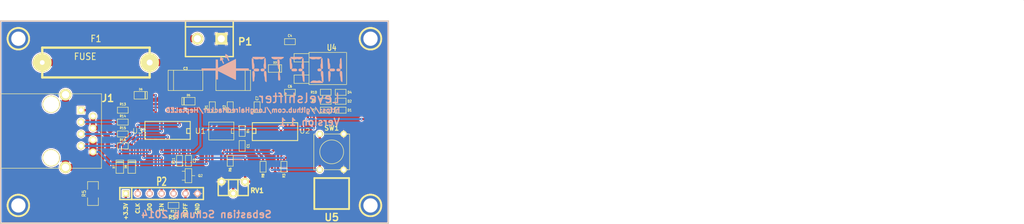
<source format=kicad_pcb>
(kicad_pcb (version 3) (host pcbnew "(2013-may-18)-stable")
  (layers (15 F.Cu signal) (0 B.Cu signal) (18 B.Paste user) (19 F.Paste user) (20 B.SilkS user) (21 F.SilkS user) (22 B.Mask user) (23 F.Mask user) (28 Edge.Cuts user))
  (net 0 "")
  (net 1 +24V)
  (net 2 +3.3V)
  (net 3 +5V)
  (net 4 3.3_Clock)
  (net 5 3.3_Data_Out)
  (net 6 3.3_Enable)
  (net 7 3.3_Reset)
  (net 8 BusOff)
  (net 9 Clock)
  (net 10 Data_Out)
  (net 11 Enable)
  (net 12 GND)
  (net 13 N-0000010)
  (net 14 N-0000015)
  (net 15 N-0000016)
  (net 16 N-0000017)
  (net 17 N-0000018)
  (net 18 N-0000019)
  (net 19 N-000002)
  (net 20 N-0000022)
  (net 21 N-0000028)
  (net 22 N-0000029)
  (net 23 N-0000030)
  (net 24 N-0000031)
  (net 25 N-0000032)
  (net 26 N-0000033)
  (net 27 N-000004)
  (net 28 N-000007)
  (net 29 PowerOn)
  (net 30 Reset)
  (net 31 Sense)
  (net 32 Shutdown)
  (module trimmer_piher_pt6xh (layer F.Cu) (at 64.77 50.165)
    (fp_text reference RV1 (at 5.08 0.635) (layer F.SilkS) (effects (font (thickness 0.25))))
    (fp_text value POT hide)
    (pad 1 thru_hole circle (at 2.49936 -1.24968) (size 1.75006 1.75006) (drill 0.89916) (layers *.Cu *.Mask F.SilkS) (net 3 +5V))
    (pad 2 thru_hole circle (at 0 1.24968) (size 1.75006 1.75006) (drill 0.89916) (layers *.Cu *.Mask F.SilkS) (net 20 N-0000022))
    (pad 3 thru_hole circle (at -2.49936 -1.24968) (size 1.75006 1.75006) (drill 0.89916) (layers *.Cu *.Mask F.SilkS) (net 12 GND))
  )
  (module SW_PUSH_SMALL (layer F.Cu) (at 85.725 42.545 90)
    (fp_text reference SW1 (at 5.08 0 180) (layer F.SilkS) (effects (font (size 1.016 1.016) (thickness 0.2032))))
    (fp_text value SW_PUSH hide)
    (pad 1 thru_hole circle (at 3.81 -2.54 90) (size 1.397 1.397) (drill 0.8128) (layers *.Cu *.Mask F.SilkS) (net 13 N-0000010))
    (pad 2 thru_hole circle (at 3.81 2.54 90) (size 1.397 1.397) (drill 0.8128) (layers *.Cu *.Mask F.SilkS) (net 12 GND))
    (pad 1 thru_hole circle (at -3.81 -2.54 90) (size 1.397 1.397) (drill 0.8128) (layers *.Cu *.Mask F.SilkS) (net 13 N-0000010))
    (pad 2 thru_hole circle (at -3.81 2.54 90) (size 1.397 1.397) (drill 0.8128) (layers *.Cu *.Mask F.SilkS) (net 12 GND))
  )
  (module sot23 (layer F.Cu) (at 55.245 47.625 270)
    (fp_text reference Q2 (at 0 -2.54 360) (layer F.SilkS) (effects (font (size 0.50038 0.50038) (thickness 0.09906))))
    (fp_text value NDS355 hide)
    (pad 1 smd rect (at -0.9525 1.05664 270) (size 0.59944 1.00076) (layers F.Cu F.Paste F.Mask) (net 18 N-0000019))
    (pad 2 smd rect (at 0 -1.05664 270) (size 0.59944 1.00076) (layers F.Cu F.Paste F.Mask) (net 27 N-000004))
    (pad 3 smd rect (at 0.9525 1.05664 270) (size 0.59944 1.00076) (layers F.Cu F.Paste F.Mask) (net 12 GND))
  )
  (module sod123 (layer F.Cu) (at 73.66 24.765)
    (fp_text reference D3 (at 0 -1.27) (layer F.SilkS) (effects (font (size 0.39878 0.39878) (thickness 0.09906))))
    (fp_text value BAT42W hide)
    (pad 2 smd rect (at 1.67386 0) (size 0.8509 0.8509) (layers F.Cu F.Paste F.Mask) (net 1 +24V))
    (pad 1 smd rect (at -1.67386 0) (size 0.8509 0.8509) (layers F.Cu F.Paste F.Mask) (net 3 +5V))
  )
  (module SO8E (layer F.Cu) (at 62.23 38.1 180)
    (fp_text reference U1 (at 4.445 0 180) (layer F.SilkS) (effects (font (size 1.143 1.143) (thickness 0.1524))))
    (fp_text value LM358 hide)
    (pad 8 smd rect (at -1.905 -2.667 180) (size 0.59944 1.39954) (layers F.Cu F.Paste F.Mask) (net 3 +5V))
    (pad 1 smd rect (at -1.905 2.667 180) (size 0.59944 1.39954) (layers F.Cu F.Paste F.Mask) (net 21 N-0000028))
    (pad 7 smd rect (at -0.635 -2.667 180) (size 0.59944 1.39954) (layers F.Cu F.Paste F.Mask) (net 32 Shutdown))
    (pad 6 smd rect (at 0.635 -2.667 180) (size 0.59944 1.39954) (layers F.Cu F.Paste F.Mask) (net 19 N-000002))
    (pad 5 smd rect (at 1.905 -2.667 180) (size 0.59944 1.39954) (layers F.Cu F.Paste F.Mask) (net 20 N-0000022))
    (pad 2 smd rect (at -0.635 2.667 180) (size 0.59944 1.39954) (layers F.Cu F.Paste F.Mask) (net 26 N-0000033))
    (pad 3 smd rect (at 0.635 2.667 180) (size 0.59944 1.39954) (layers F.Cu F.Paste F.Mask) (net 31 Sense))
    (pad 4 smd rect (at 1.905 2.667 180) (size 0.59944 1.39954) (layers F.Cu F.Paste F.Mask) (net 12 GND))
  )
  (module SM1206 (layer F.Cu) (at 34.925 51.435 270)
    (fp_text reference R5 (at 0 1.905 270) (layer F.SilkS) (effects (font (size 0.762 0.762) (thickness 0.127))))
    (fp_text value 0.05 hide)
    (pad 1 smd rect (at -1.651 0 270) (size 1.524 2.032) (layers F.Cu F.Paste F.Mask) (net 31 Sense))
    (pad 2 smd rect (at 1.651 0 270) (size 1.524 2.032) (layers F.Cu F.Paste F.Mask) (net 12 GND))
  )
  (module SM0603 (layer F.Cu) (at 87.63 33.655)
    (fp_text reference D1 (at 1.905 0) (layer F.SilkS) (effects (font (size 0.508 0.4572) (thickness 0.1143))))
    (fp_text value LED hide)
    (pad 1 smd rect (at -0.762 0) (size 0.635 1.143) (layers F.Cu F.Paste F.Mask) (net 28 N-000007))
    (pad 2 smd rect (at 0.762 0) (size 0.635 1.143) (layers F.Cu F.Paste F.Mask) (net 12 GND))
  )
  (module SM0603 (layer F.Cu) (at 71.12 45.72 270)
    (fp_text reference R8 (at 1.905 0 270) (layer F.SilkS) (effects (font (size 0.508 0.4572) (thickness 0.1143))))
    (fp_text value 1k hide)
    (pad 1 smd rect (at -0.762 0 270) (size 0.635 1.143) (layers F.Cu F.Paste F.Mask) (net 13 N-0000010))
    (pad 2 smd rect (at 0.762 0 270) (size 0.635 1.143) (layers F.Cu F.Paste F.Mask) (net 3 +5V))
  )
  (module SM0603 (layer F.Cu) (at 64.135 44.45 270)
    (fp_text reference R6 (at 1.905 0 270) (layer F.SilkS) (effects (font (size 0.508 0.4572) (thickness 0.1143))))
    (fp_text value 1k hide)
    (pad 1 smd rect (at -0.762 0 270) (size 0.635 1.143) (layers F.Cu F.Paste F.Mask) (net 3 +5V))
    (pad 2 smd rect (at 0.762 0 270) (size 0.635 1.143) (layers F.Cu F.Paste F.Mask) (net 32 Shutdown))
  )
  (module SM0603 (layer F.Cu) (at 75.565 45.72 270)
    (fp_text reference R3 (at 1.905 0 270) (layer F.SilkS) (effects (font (size 0.508 0.4572) (thickness 0.1143))))
    (fp_text value 1k hide)
    (pad 1 smd rect (at -0.762 0 270) (size 0.635 1.143) (layers F.Cu F.Paste F.Mask) (net 3 +5V))
    (pad 2 smd rect (at 0.762 0 270) (size 0.635 1.143) (layers F.Cu F.Paste F.Mask) (net 29 PowerOn))
  )
  (module SM0603 (layer F.Cu) (at 84.455 33.655)
    (fp_text reference R7 (at -2.54 0) (layer F.SilkS) (effects (font (size 0.508 0.4572) (thickness 0.1143))))
    (fp_text value 1k hide)
    (pad 1 smd rect (at -0.762 0) (size 0.635 1.143) (layers F.Cu F.Paste F.Mask) (net 8 BusOff))
    (pad 2 smd rect (at 0.762 0) (size 0.635 1.143) (layers F.Cu F.Paste F.Mask) (net 28 N-000007))
  )
  (module SM0603 (layer F.Cu) (at 64.135 33.02 270)
    (fp_text reference R2 (at 0 1.27 270) (layer F.SilkS) (effects (font (size 0.508 0.4572) (thickness 0.1143))))
    (fp_text value 90k hide)
    (pad 1 smd rect (at -0.762 0 270) (size 0.635 1.143) (layers F.Cu F.Paste F.Mask) (net 26 N-0000033))
    (pad 2 smd rect (at 0.762 0 270) (size 0.635 1.143) (layers F.Cu F.Paste F.Mask) (net 21 N-0000028))
  )
  (module SM0603 (layer F.Cu) (at 55.245 44.45 270)
    (fp_text reference C2 (at 0 -1.27 270) (layer F.SilkS) (effects (font (size 0.508 0.4572) (thickness 0.1143))))
    (fp_text value 100nF hide)
    (pad 1 smd rect (at -0.762 0 270) (size 0.635 1.143) (layers F.Cu F.Paste F.Mask) (net 3 +5V))
    (pad 2 smd rect (at 0.762 0 270) (size 0.635 1.143) (layers F.Cu F.Paste F.Mask) (net 12 GND))
  )
  (module SM0603 (layer F.Cu) (at 66.675 38.1 270)
    (fp_text reference R4 (at 0 -1.27 270) (layer F.SilkS) (effects (font (size 0.508 0.4572) (thickness 0.1143))))
    (fp_text value 100k hide)
    (pad 1 smd rect (at -0.762 0 270) (size 0.635 1.143) (layers F.Cu F.Paste F.Mask) (net 21 N-0000028))
    (pad 2 smd rect (at 0.762 0 270) (size 0.635 1.143) (layers F.Cu F.Paste F.Mask) (net 19 N-000002))
  )
  (module SM0603 (layer F.Cu) (at 66.675 41.275 270)
    (fp_text reference C1 (at 0 -1.27 270) (layer F.SilkS) (effects (font (size 0.508 0.4572) (thickness 0.1143))))
    (fp_text value 100nF hide)
    (pad 1 smd rect (at -0.762 0 270) (size 0.635 1.143) (layers F.Cu F.Paste F.Mask) (net 19 N-000002))
    (pad 2 smd rect (at 0.762 0 270) (size 0.635 1.143) (layers F.Cu F.Paste F.Mask) (net 12 GND))
  )
  (module SM0603 (layer F.Cu) (at 69.85 33.02 90)
    (fp_text reference C7 (at 1.905 0 90) (layer F.SilkS) (effects (font (size 0.508 0.4572) (thickness 0.1143))))
    (fp_text value 100nF hide)
    (pad 1 smd rect (at -0.762 0 90) (size 0.635 1.143) (layers F.Cu F.Paste F.Mask) (net 3 +5V))
    (pad 2 smd rect (at 0.762 0 90) (size 0.635 1.143) (layers F.Cu F.Paste F.Mask) (net 12 GND))
  )
  (module SM0603 (layer F.Cu) (at 52.07 53.975)
    (fp_text reference R12 (at 0 1.27) (layer F.SilkS) (effects (font (size 0.508 0.4572) (thickness 0.1143))))
    (fp_text value 1k hide)
    (pad 1 smd rect (at -0.762 0) (size 0.635 1.143) (layers F.Cu F.Paste F.Mask) (net 2 +3.3V))
    (pad 2 smd rect (at 0.762 0) (size 0.635 1.143) (layers F.Cu F.Paste F.Mask) (net 27 N-000004))
  )
  (module SM0603 (layer F.Cu) (at 53.34 44.45 270)
    (fp_text reference R11 (at 0 1.27 270) (layer F.SilkS) (effects (font (size 0.508 0.4572) (thickness 0.1143))))
    (fp_text value 1k hide)
    (pad 1 smd rect (at -0.762 0 270) (size 0.635 1.143) (layers F.Cu F.Paste F.Mask) (net 8 BusOff))
    (pad 2 smd rect (at 0.762 0 270) (size 0.635 1.143) (layers F.Cu F.Paste F.Mask) (net 18 N-0000019))
  )
  (module SM0603 (layer F.Cu) (at 76.835 19.05 180)
    (fp_text reference C4 (at 0 1.27 180) (layer F.SilkS) (effects (font (size 0.508 0.4572) (thickness 0.1143))))
    (fp_text value 100nF hide)
    (pad 1 smd rect (at -0.762 0 180) (size 0.635 1.143) (layers F.Cu F.Paste F.Mask) (net 1 +24V))
    (pad 2 smd rect (at 0.762 0 180) (size 0.635 1.143) (layers F.Cu F.Paste F.Mask) (net 12 GND))
  )
  (module SM0603 (layer F.Cu) (at 60.325 33.02 270)
    (fp_text reference R1 (at 0 1.27 270) (layer F.SilkS) (effects (font (size 0.508 0.4572) (thickness 0.1143))))
    (fp_text value 10k hide)
    (pad 1 smd rect (at -0.762 0 270) (size 0.635 1.143) (layers F.Cu F.Paste F.Mask) (net 26 N-0000033))
    (pad 2 smd rect (at 0.762 0 270) (size 0.635 1.143) (layers F.Cu F.Paste F.Mask) (net 12 GND))
  )
  (module SM0603 (layer F.Cu) (at 87.63 31.75)
    (fp_text reference D2 (at 1.905 0) (layer F.SilkS) (effects (font (size 0.508 0.4572) (thickness 0.1143))))
    (fp_text value LED hide)
    (pad 1 smd rect (at -0.762 0) (size 0.635 1.143) (layers F.Cu F.Paste F.Mask) (net 25 N-0000032))
    (pad 2 smd rect (at 0.762 0) (size 0.635 1.143) (layers F.Cu F.Paste F.Mask) (net 12 GND))
  )
  (module SM0603 (layer F.Cu) (at 84.455 31.75)
    (fp_text reference R9 (at -2.54 0) (layer F.SilkS) (effects (font (size 0.508 0.4572) (thickness 0.1143))))
    (fp_text value 1k hide)
    (pad 1 smd rect (at -0.762 0) (size 0.635 1.143) (layers F.Cu F.Paste F.Mask) (net 1 +24V))
    (pad 2 smd rect (at 0.762 0) (size 0.635 1.143) (layers F.Cu F.Paste F.Mask) (net 25 N-0000032))
  )
  (module SM0603 (layer F.Cu) (at 87.63 29.845)
    (fp_text reference D4 (at 1.905 0) (layer F.SilkS) (effects (font (size 0.508 0.4572) (thickness 0.1143))))
    (fp_text value LED hide)
    (pad 1 smd rect (at -0.762 0) (size 0.635 1.143) (layers F.Cu F.Paste F.Mask) (net 23 N-0000030))
    (pad 2 smd rect (at 0.762 0) (size 0.635 1.143) (layers F.Cu F.Paste F.Mask) (net 12 GND))
  )
  (module SM0603 (layer F.Cu) (at 84.455 29.845)
    (fp_text reference R10 (at -2.54 0) (layer F.SilkS) (effects (font (size 0.508 0.4572) (thickness 0.1143))))
    (fp_text value 1k hide)
    (pad 1 smd rect (at -0.762 0) (size 0.635 1.143) (layers F.Cu F.Paste F.Mask) (net 3 +5V))
    (pad 2 smd rect (at 0.762 0) (size 0.635 1.143) (layers F.Cu F.Paste F.Mask) (net 23 N-0000030))
  )
  (module SM0603 (layer F.Cu) (at 76.835 29.845 180)
    (fp_text reference C6 (at 0 1.27 180) (layer F.SilkS) (effects (font (size 0.508 0.4572) (thickness 0.1143))))
    (fp_text value 100nF hide)
    (pad 1 smd rect (at -0.762 0 180) (size 0.635 1.143) (layers F.Cu F.Paste F.Mask) (net 3 +5V))
    (pad 2 smd rect (at 0.762 0 180) (size 0.635 1.143) (layers F.Cu F.Paste F.Mask) (net 12 GND))
  )
  (module RJ45_MEBP_8-8G (layer F.Cu) (at 26.035 38.1 270)
    (fp_text reference J1 (at -6.985 -12.065 360) (layer F.SilkS) (effects (font (size 1.524 1.524) (thickness 0.3048))))
    (fp_text value RJ45 hide)
    (pad "" thru_hole circle (at 5.715 0 270) (size 3.64998 3.64998) (drill 3.2512) (layers *.Cu *.Mask F.SilkS))
    (pad "" thru_hole circle (at -5.715 0 270) (size 3.64998 3.64998) (drill 3.2512) (layers *.Cu *.Mask F.SilkS))
    (pad 1 thru_hole rect (at -4.445 -6.35 270) (size 1.50114 1.50114) (drill 0.89916) (layers *.Cu *.Mask F.SilkS) (net 9 Clock))
    (pad 2 thru_hole circle (at -3.175 -8.89 270) (size 1.50114 1.50114) (drill 0.89916) (layers *.Cu *.Mask F.SilkS) (net 24 N-0000031))
    (pad 3 thru_hole circle (at -1.905 -6.35 270) (size 1.50114 1.50114) (drill 0.89916) (layers *.Cu *.Mask F.SilkS) (net 11 Enable))
    (pad 4 thru_hole circle (at -0.635 -8.89 270) (size 1.50114 1.50114) (drill 0.89916) (layers *.Cu *.Mask F.SilkS) (net 24 N-0000031))
    (pad 5 thru_hole circle (at 0.635 -6.35 270) (size 1.50114 1.50114) (drill 0.89916) (layers *.Cu *.Mask F.SilkS) (net 10 Data_Out))
    (pad 6 thru_hole circle (at 1.905 -8.89 270) (size 1.50114 1.50114) (drill 0.89916) (layers *.Cu *.Mask F.SilkS) (net 31 Sense))
    (pad 7 thru_hole circle (at 3.175 -6.35 270) (size 1.50114 1.50114) (drill 0.89916) (layers *.Cu *.Mask F.SilkS) (net 30 Reset))
    (pad 8 thru_hole circle (at 4.445 -8.89 270) (size 1.50114 1.50114) (drill 0.89916) (layers *.Cu *.Mask F.SilkS) (net 31 Sense))
    (pad 9 thru_hole circle (at -7.745 -3.05 270) (size 2.5 2.5) (drill 1.6) (layers *.Cu *.Mask F.SilkS) (net 31 Sense))
    (pad 10 thru_hole circle (at 7.747 -3.05 270) (size 2.5 2.5) (drill 1.6) (layers *.Cu *.Mask F.SilkS))
  )
  (module DPAK2 (layer F.Cu) (at 79.375 24.765 270)
    (fp_text reference U4 (at -4.445 -6.35 360) (layer F.SilkS) (effects (font (size 1.27 1.016) (thickness 0.2032))))
    (fp_text value TS2937 hide)
    (pad 1 smd rect (at -2.286 0 270) (size 1.651 3.048) (layers F.Cu F.Paste F.Mask) (net 1 +24V))
    (pad 2 smd rect (at 0 -6.35 270) (size 6.096 6.096) (layers F.Cu F.Paste F.Mask) (net 12 GND))
    (pad 3 smd rect (at 2.286 0 270) (size 1.651 3.048) (layers F.Cu F.Paste F.Mask) (net 3 +5V))
  )
  (module c_tant_D (layer F.Cu) (at 64.77 27.305)
    (fp_text reference C5 (at 0 -2.54) (layer F.SilkS) (effects (font (size 0.50038 0.50038) (thickness 0.11938))))
    (fp_text value 10uF hide)
    (pad 1 smd rect (at 2.99974 0) (size 2.55016 2.70002) (layers F.Cu F.Paste F.Mask) (net 3 +5V))
    (pad 2 smd rect (at -2.99974 0) (size 2.55016 3.79984) (layers F.Cu F.Paste F.Mask) (net 12 GND))
  )
  (module c_tant_D (layer F.Cu) (at 54.61 27.305 180)
    (fp_text reference C3 (at 0 2.54 180) (layer F.SilkS) (effects (font (size 0.50038 0.50038) (thickness 0.11938))))
    (fp_text value 10uF hide)
    (pad 1 smd rect (at 2.99974 0 180) (size 2.55016 2.70002) (layers F.Cu F.Paste F.Mask) (net 1 +24V))
    (pad 2 smd rect (at -2.99974 0 180) (size 2.55016 3.79984) (layers F.Cu F.Paste F.Mask) (net 12 GND))
  )
  (module bornier2 (layer F.Cu) (at 59.69 18.415 180)
    (fp_text reference P1 (at -7.62 -0.635 180) (layer F.SilkS) (effects (font (size 1.524 1.524) (thickness 0.3048))))
    (fp_text value CONN_2 hide)
    (pad 1 thru_hole rect (at -2.54 0 180) (size 2.54 2.54) (drill 1.524) (layers *.Cu *.Mask F.SilkS) (net 12 GND))
    (pad 2 thru_hole circle (at 2.54 0 180) (size 2.54 2.54) (drill 1.524) (layers *.Cu *.Mask F.SilkS) (net 22 N-0000029))
  )
  (module SO14E (layer F.Cu) (at 50.8 38.1 180)
    (fp_text reference U3 (at 6.35 0 180) (layer F.SilkS) (effects (font (size 1.016 1.143) (thickness 0.127))))
    (fp_text value 74HCT125 hide)
    (pad 1 smd rect (at -3.81 2.794 180) (size 0.508 1.143) (layers F.Cu F.Paste F.Mask) (net 8 BusOff))
    (pad 2 smd rect (at -2.54 2.794 180) (size 0.508 1.143) (layers F.Cu F.Paste F.Mask) (net 4 3.3_Clock))
    (pad 3 smd rect (at -1.27 2.794 180) (size 0.508 1.143) (layers F.Cu F.Paste F.Mask) (net 17 N-0000018))
    (pad 4 smd rect (at 0 2.794 180) (size 0.508 1.143) (layers F.Cu F.Paste F.Mask) (net 8 BusOff))
    (pad 5 smd rect (at 1.27 2.794 180) (size 0.508 1.143) (layers F.Cu F.Paste F.Mask) (net 6 3.3_Enable))
    (pad 6 smd rect (at 2.54 2.794 180) (size 0.508 1.143) (layers F.Cu F.Paste F.Mask) (net 16 N-0000017))
    (pad 7 smd rect (at 3.81 2.794 180) (size 0.508 1.143) (layers F.Cu F.Paste F.Mask) (net 12 GND))
    (pad 8 smd rect (at 3.81 -2.54 180) (size 0.508 1.143) (layers F.Cu F.Paste F.Mask) (net 15 N-0000016))
    (pad 9 smd rect (at 2.54 -2.54 180) (size 0.508 1.143) (layers F.Cu F.Paste F.Mask) (net 5 3.3_Data_Out))
    (pad 10 smd rect (at 1.27 -2.54 180) (size 0.508 1.143) (layers F.Cu F.Paste F.Mask) (net 8 BusOff))
    (pad 11 smd rect (at 0 -2.54 180) (size 0.508 1.143) (layers F.Cu F.Paste F.Mask) (net 14 N-0000015))
    (pad 12 smd rect (at -1.27 -2.54 180) (size 0.508 1.143) (layers F.Cu F.Paste F.Mask) (net 7 3.3_Reset))
    (pad 13 smd rect (at -2.54 -2.54 180) (size 0.508 1.143) (layers F.Cu F.Paste F.Mask) (net 8 BusOff))
    (pad 14 smd rect (at -3.81 -2.54 180) (size 0.508 1.143) (layers F.Cu F.Paste F.Mask) (net 3 +5V))
  )
  (module SIL-7 (layer F.Cu) (at 49.53 51.435)
    (fp_text reference P2 (at 0 -2.54) (layer F.SilkS) (effects (font (size 1.72974 1.08712) (thickness 0.3048))))
    (fp_text value CONN_7 hide)
    (pad 1 thru_hole rect (at -7.62 0) (size 1.397 1.397) (drill 0.8128) (layers *.Cu *.Mask F.SilkS) (net 2 +3.3V))
    (pad 2 thru_hole circle (at -5.08 0) (size 1.397 1.397) (drill 0.8128) (layers *.Cu *.SilkS *.Mask) (net 4 3.3_Clock))
    (pad 3 thru_hole circle (at -2.54 0) (size 1.397 1.397) (drill 0.8128) (layers *.Cu *.SilkS *.Mask) (net 5 3.3_Data_Out))
    (pad 4 thru_hole circle (at 0 0) (size 1.397 1.397) (drill 0.8128) (layers *.Cu *.SilkS *.Mask) (net 6 3.3_Enable))
    (pad 5 thru_hole circle (at 2.54 0) (size 1.397 1.397) (drill 0.8128) (layers *.Cu *.SilkS *.Mask) (net 7 3.3_Reset))
    (pad 6 thru_hole circle (at 5.08 0) (size 1.397 1.397) (drill 0.8128) (layers *.Cu *.SilkS *.Mask) (net 27 N-000004))
    (pad 7 thru_hole circle (at 7.62 0) (size 1.397 1.397) (drill 0.8128) (layers *.Cu *.SilkS *.Mask) (net 12 GND))
  )
  (module 1pin (layer F.Cu) (at 19.05 18.415)
    (fp_text reference 1PIN hide)
    (fp_text value P*** hide)
    (pad 1 thru_hole circle (at 0 0) (size 4.5 4.5) (drill 3.048) (layers *.Cu *.Mask))
  )
  (module 1pin (layer F.Cu) (at 93.98 18.415)
    (fp_text reference 1PIN hide)
    (fp_text value P*** hide)
    (pad 1 thru_hole circle (at 0 0) (size 4.5 4.5) (drill 3.048) (layers *.Cu *.Mask))
  )
  (module 1pin (layer F.Cu) (at 93.98 53.975)
    (fp_text reference 1PIN hide)
    (fp_text value P*** hide)
    (pad 1 thru_hole circle (at 0 0) (size 4.5 4.5) (drill 3.048) (layers *.Cu *.Mask))
  )
  (module 1pin (layer F.Cu) (at 19.05 53.975)
    (fp_text reference 1PIN hide)
    (fp_text value P*** hide)
    (pad 1 thru_hole circle (at 0 0) (size 4.5 4.5) (drill 3.048) (layers *.Cu *.Mask))
  )
  (module logo_silkbot_30_00mm (layer B.Cu) (at 73.025 24.765)
    (fp_text reference G*** hide)
    (fp_text value logo_silkbot_30_00mm hide)
  )
  (module sod123 (layer F.Cu) (at 55.245 31.75 180)
    (fp_text reference D5 (at 0 1.27 180) (layer F.SilkS) (effects (font (size 0.39878 0.39878) (thickness 0.09906))))
    (fp_text value ZENER_5.6V hide)
    (pad 2 smd rect (at 1.67386 0 180) (size 0.8509 0.8509) (layers F.Cu F.Paste F.Mask) (net 17 N-0000018))
    (pad 1 smd rect (at -1.67386 0 180) (size 0.8509 0.8509) (layers F.Cu F.Paste F.Mask) (net 12 GND))
  )
  (module sod123 (layer F.Cu) (at 45.085 30.48)
    (fp_text reference D6 (at 0 -1.27) (layer F.SilkS) (effects (font (size 0.39878 0.39878) (thickness 0.09906))))
    (fp_text value ZENER_5.6V hide)
    (pad 2 smd rect (at 1.67386 0) (size 0.8509 0.8509) (layers F.Cu F.Paste F.Mask) (net 16 N-0000017))
    (pad 1 smd rect (at -1.67386 0) (size 0.8509 0.8509) (layers F.Cu F.Paste F.Mask) (net 12 GND))
  )
  (module sod123 (layer F.Cu) (at 40.64 45.72 90)
    (fp_text reference D7 (at 0 -1.27 90) (layer F.SilkS) (effects (font (size 0.39878 0.39878) (thickness 0.09906))))
    (fp_text value ZENER_5.6V hide)
    (pad 2 smd rect (at 1.67386 0 90) (size 0.8509 0.8509) (layers F.Cu F.Paste F.Mask) (net 15 N-0000016))
    (pad 1 smd rect (at -1.67386 0 90) (size 0.8509 0.8509) (layers F.Cu F.Paste F.Mask) (net 12 GND))
  )
  (module sod123 (layer F.Cu) (at 43.18 45.72 90)
    (fp_text reference D8 (at 0 -1.27 90) (layer F.SilkS) (effects (font (size 0.39878 0.39878) (thickness 0.09906))))
    (fp_text value ZENER_5.6V hide)
    (pad 2 smd rect (at 1.67386 0 90) (size 0.8509 0.8509) (layers F.Cu F.Paste F.Mask) (net 14 N-0000015))
    (pad 1 smd rect (at -1.67386 0 90) (size 0.8509 0.8509) (layers F.Cu F.Paste F.Mask) (net 12 GND))
  )
  (module SM0603 (layer F.Cu) (at 41.275 33.655 180)
    (fp_text reference R13 (at 0 1.27 180) (layer F.SilkS) (effects (font (size 0.508 0.4572) (thickness 0.1143))))
    (fp_text value 1k hide)
    (pad 1 smd rect (at -0.762 0 180) (size 0.635 1.143) (layers F.Cu F.Paste F.Mask) (net 17 N-0000018))
    (pad 2 smd rect (at 0.762 0 180) (size 0.635 1.143) (layers F.Cu F.Paste F.Mask) (net 9 Clock))
  )
  (module SM0603 (layer F.Cu) (at 41.275 36.195 180)
    (fp_text reference R14 (at 0 1.27 180) (layer F.SilkS) (effects (font (size 0.508 0.4572) (thickness 0.1143))))
    (fp_text value 1k hide)
    (pad 1 smd rect (at -0.762 0 180) (size 0.635 1.143) (layers F.Cu F.Paste F.Mask) (net 16 N-0000017))
    (pad 2 smd rect (at 0.762 0 180) (size 0.635 1.143) (layers F.Cu F.Paste F.Mask) (net 11 Enable))
  )
  (module SM0603 (layer F.Cu) (at 41.275 38.735 180)
    (fp_text reference R15 (at 0 1.27 180) (layer F.SilkS) (effects (font (size 0.508 0.4572) (thickness 0.1143))))
    (fp_text value 1k hide)
    (pad 1 smd rect (at -0.762 0 180) (size 0.635 1.143) (layers F.Cu F.Paste F.Mask) (net 15 N-0000016))
    (pad 2 smd rect (at 0.762 0 180) (size 0.635 1.143) (layers F.Cu F.Paste F.Mask) (net 10 Data_Out))
  )
  (module SM0603 (layer F.Cu) (at 41.275 41.275 180)
    (fp_text reference R16 (at 0 1.27 180) (layer F.SilkS) (effects (font (size 0.508 0.4572) (thickness 0.1143))))
    (fp_text value 1k hide)
    (pad 1 smd rect (at -0.762 0 180) (size 0.635 1.143) (layers F.Cu F.Paste F.Mask) (net 14 N-0000015))
    (pad 2 smd rect (at 0.762 0 180) (size 0.635 1.143) (layers F.Cu F.Paste F.Mask) (net 30 Reset))
  )
  (module SO14E (layer F.Cu) (at 73.66 38.1)
    (fp_text reference U2 (at 6.35 0) (layer F.SilkS) (effects (font (size 1.016 1.143) (thickness 0.127))))
    (fp_text value 74HC74 hide)
    (pad 1 smd rect (at -3.81 2.794) (size 0.508 1.143) (layers F.Cu F.Paste F.Mask) (net 13 N-0000010))
    (pad 2 smd rect (at -2.54 2.794) (size 0.508 1.143) (layers F.Cu F.Paste F.Mask) (net 12 GND))
    (pad 3 smd rect (at -1.27 2.794) (size 0.508 1.143) (layers F.Cu F.Paste F.Mask) (net 12 GND))
    (pad 4 smd rect (at 0 2.794) (size 0.508 1.143) (layers F.Cu F.Paste F.Mask) (net 32 Shutdown))
    (pad 5 smd rect (at 1.27 2.794) (size 0.508 1.143) (layers F.Cu F.Paste F.Mask) (net 8 BusOff))
    (pad 6 smd rect (at 2.54 2.794) (size 0.508 1.143) (layers F.Cu F.Paste F.Mask) (net 29 PowerOn))
    (pad 7 smd rect (at 3.81 2.794) (size 0.508 1.143) (layers F.Cu F.Paste F.Mask) (net 12 GND))
    (pad 8 smd rect (at 3.81 -2.54) (size 0.508 1.143) (layers F.Cu F.Paste F.Mask))
    (pad 9 smd rect (at 2.54 -2.54) (size 0.508 1.143) (layers F.Cu F.Paste F.Mask))
    (pad 10 smd rect (at 1.27 -2.54) (size 0.508 1.143) (layers F.Cu F.Paste F.Mask))
    (pad 11 smd rect (at 0 -2.54) (size 0.508 1.143) (layers F.Cu F.Paste F.Mask))
    (pad 12 smd rect (at -1.27 -2.54) (size 0.508 1.143) (layers F.Cu F.Paste F.Mask))
    (pad 13 smd rect (at -2.54 -2.54) (size 0.508 1.143) (layers F.Cu F.Paste F.Mask))
    (pad 14 smd rect (at -3.81 -2.54) (size 0.508 1.143) (layers F.Cu F.Paste F.Mask) (net 3 +5V))
  )
  (module TO252-5L (layer F.Cu) (at 85.725 51.435 270)
    (fp_text reference U5 (at 5.08 0 360) (layer F.SilkS) (effects (font (size 1.524 1.524) (thickness 0.3048))))
    (fp_text value BTS462 hide)
    (pad 3 smd rect (at 0 0 270) (size 6.25094 6.79958) (layers F.Cu F.Paste F.Mask) (net 1 +24V) (clearance 0.14986))
    (pad 1 smd rect (at -2.54 6.59892 270) (size 0.81026 2.99974) (layers F.Cu F.Paste F.Mask) (net 12 GND))
    (pad 2 smd rect (at -1.27 6.59892 270) (size 0.81026 2.99974) (layers F.Cu F.Paste F.Mask) (net 29 PowerOn))
    (pad 4 smd rect (at 1.27 6.59892 270) (size 0.81026 2.99974) (layers F.Cu F.Paste F.Mask))
    (pad 5 smd rect (at 2.54 6.59892 270) (size 0.81026 2.99974) (layers F.Cu F.Paste F.Mask) (net 24 N-0000031))
  )
  (module fuse22.5 (layer F.Cu) (at 35.56 23.495)
    (fp_text reference F1 (at 0 -5.08) (layer F.SilkS) (effects (font (size 1.397 1.27) (thickness 0.2032))))
    (fp_text value FUSE (at -2.286 -1.27) (layer F.SilkS) (effects (font (size 1.397 1.27) (thickness 0.2032))))
    (pad 1 thru_hole circle (at -11.43 0) (size 4.0005 4.0005) (drill 1.00076) (layers *.Cu *.Mask F.SilkS) (net 22 N-0000029))
    (pad 2 thru_hole circle (at 11.43 0) (size 4.0005 4.0005) (drill 1.27) (layers *.Cu *.Mask F.SilkS) (net 1 +24V))
  )
  (gr_text https://github.com/LongHairedHacker/HeptaLED (at 87.63 33.655) (layer B.SilkS) (effects (font (size 1 1) (thickness 0.25)) (justify left mirror)))
  (gr_text "Sebastian Schumb 2014" (at 59.055 55.88) (layer B.SilkS) (effects (font (size 1.5 1.5) (thickness 0.3)) (justify mirror)))
  (gr_text "Version 1.1" (at 87.63 36.195) (layer B.SilkS) (effects (font (size 1.5 1.5) (thickness 0.3)) (justify left mirror)))
  (gr_text Levelshifter (at 87.63 31.115) (layer B.SilkS) (effects (font (size 2 2) (thickness 0.3)) (justify left mirror)))
  (gr_line (start 15.24 57.785) (end 15.24 14.605) (angle 90) (layer B.SilkS) (width 0.2))
  (gr_line (start 97.79 57.785) (end 15.24 57.785) (angle 90) (layer B.SilkS) (width 0.2))
  (gr_line (start 97.79 14.605) (end 97.79 57.785) (angle 90) (layer B.SilkS) (width 0.2))
  (gr_line (start 15.24 14.605) (end 97.79 14.605) (angle 90) (layer B.SilkS) (width 0.2))
  (gr_line (start 15.24 14.605) (end 15.24 57.785) (angle 90) (layer F.SilkS) (width 0.2))
  (gr_line (start 97.79 14.605) (end 15.24 14.605) (angle 90) (layer F.SilkS) (width 0.2))
  (gr_line (start 97.79 57.785) (end 97.79 14.605) (angle 90) (layer F.SilkS) (width 0.2))
  (gr_line (start 15.24 57.785) (end 97.79 57.785) (angle 90) (layer F.SilkS) (width 0.2))
  (gr_text GND (at 57.15 53.34 90) (layer F.SilkS) (effects (font (size 0.8 0.8) (thickness 0.2)) (justify right)))
  (gr_text BOFF (at 54.61 53.34 90) (layer F.SilkS) (effects (font (size 0.8 0.8) (thickness 0.2)) (justify right)))
  (gr_text RST (at 52.07 56.515) (layer F.SilkS) (effects (font (size 0.8 0.8) (thickness 0.2))))
  (gr_text EN (at 49.53 53.34 90) (layer F.SilkS) (effects (font (size 0.8 0.9) (thickness 0.2)) (justify right)))
  (gr_text DO (at 46.99 53.34 90) (layer F.SilkS) (effects (font (size 0.8 0.8) (thickness 0.2)) (justify right)))
  (gr_text CLK (at 44.45 53.34 90) (layer F.SilkS) (effects (font (size 0.8 0.8) (thickness 0.2)) (justify right)))
  (gr_text +3.3V (at 41.91 53.34 90) (layer F.SilkS) (effects (font (size 0.8 0.8) (thickness 0.2)) (justify right)))
  (gr_line (start 15.24 57.785) (end 97.79 57.785) (angle 90) (layer Edge.Cuts) (width 0.1))
  (gr_line (start 15.24 14.605) (end 97.79 14.605) (angle 90) (layer Edge.Cuts) (width 0.1))
  (gr_line (start 97.79 14.605) (end 97.79 57.785) (angle 90) (layer Edge.Cuts) (width 0.1))
  (gr_line (start 97.79 57.785) (end 97.79 45.085) (angle 90) (layer Edge.Cuts) (width 0.1))
  (gr_line (start 15.24 14.605) (end 15.24 57.785) (angle 90) (layer Edge.Cuts) (width 0.1))
  (target plus (at 233.045 10.16) (size 0.005) (width 0.1) (layer Edge.Cuts))
  (target plus (at 233.045 10.16) (size 0.005) (width 0.1) (layer Edge.Cuts))
  (segment (start 51.61026 27.305) (end 51.61026 23.495) (width 1.5) (layer F.Cu) (net 1))
  (segment (start 69.215 23.495) (end 52.07 23.495) (width 1.5) (layer F.Cu) (net 1))
  (segment (start 52.07 23.495) (end 47.625 23.495) (width 1.5) (layer F.Cu) (net 1))
  (segment (start 71.12 21.59) (end 69.215 23.495) (width 1.5) (layer F.Cu) (net 1))
  (segment (start 75.33386 22.479) (end 74.295 21.59) (width 1.5) (layer F.Cu) (net 1))
  (segment (start 74.295 21.59) (end 71.12 21.59) (width 1.5) (layer F.Cu) (net 1))
  (segment (start 47.625 23.495) (end 46.99 23.495) (width 1.5) (layer F.Cu) (net 1))
  (segment (start 77.597 19.05) (end 79.375 19.05) (width 0.5) (layer F.Cu) (net 1))
  (via (at 80.645 35.56) (size 0.6) (drill 0.2) (layers F.Cu B.Cu) (net 1))
  (segment (start 92.075 35.56) (end 80.645 35.56) (width 0.5) (layer B.Cu) (net 1))
  (segment (start 92.075 35.56) (end 92.075 35.56) (width 0.5) (layer F.Cu) (net 1))
  (segment (start 93.98 35.56) (end 92.075 35.56) (width 0.5) (layer F.Cu) (net 1))
  (via (at 92.075 35.56) (size 0.6) (drill 0.2) (layers F.Cu B.Cu) (net 1))
  (segment (start 81.915 31.75) (end 83.693 31.75) (width 0.5) (layer F.Cu) (net 1))
  (segment (start 80.645 33.02) (end 81.915 31.75) (width 0.5) (layer F.Cu) (net 1))
  (segment (start 80.645 33.02) (end 80.645 33.02) (width 0.5) (layer F.Cu) (net 1))
  (segment (start 80.645 35.56) (end 80.645 33.02) (width 0.5) (layer F.Cu) (net 1))
  (segment (start 93.98 24.13) (end 88.9 19.05) (width 1.5) (layer F.Cu) (net 1))
  (segment (start 90.17 51.435) (end 93.98 47.625) (width 1.5) (layer F.Cu) (net 1))
  (segment (start 85.725 51.435) (end 90.17 51.435) (width 1.5) (layer F.Cu) (net 1))
  (segment (start 93.98 24.13) (end 93.98 35.56) (width 1.5) (layer F.Cu) (net 1))
  (segment (start 93.98 35.56) (end 93.98 47.625) (width 1.5) (layer F.Cu) (net 1))
  (segment (start 79.375 20.32) (end 79.375 19.685) (width 1.5) (layer F.Cu) (net 1))
  (segment (start 79.375 19.685) (end 79.375 19.05) (width 1.5) (layer F.Cu) (net 1))
  (segment (start 79.375 20.32) (end 79.375 22.479) (width 1.5) (layer F.Cu) (net 1))
  (segment (start 88.9 19.05) (end 79.375 19.05) (width 1.5) (layer F.Cu) (net 1))
  (segment (start 75.33386 24.765) (end 75.33386 22.479) (width 0.5) (layer F.Cu) (net 1))
  (segment (start 75.565 22.86) (end 75.565 22.479) (width 0.5) (layer F.Cu) (net 1))
  (segment (start 75.565 22.71014) (end 75.565 22.86) (width 0.5) (layer F.Cu) (net 1))
  (segment (start 75.33386 22.479) (end 75.565 22.71014) (width 0.5) (layer F.Cu) (net 1))
  (segment (start 75.565 22.479) (end 79.375 22.479) (width 1.5) (layer F.Cu) (net 1))
  (segment (start 41.91 51.435) (end 41.91 53.34) (width 0.5) (layer F.Cu) (net 2))
  (segment (start 42.545 53.975) (end 41.91 53.34) (width 0.5) (layer F.Cu) (net 2))
  (segment (start 42.545 53.975) (end 51.308 53.975) (width 0.5) (layer F.Cu) (net 2))
  (segment (start 69.85 35.56) (end 69.85 33.782) (width 0.5) (layer F.Cu) (net 3))
  (segment (start 69.85 33.782) (end 79.375 33.782) (width 0.5) (layer F.Cu) (net 3))
  (segment (start 79.375 33.782) (end 79.375 33.655) (width 0.5) (layer F.Cu) (net 3))
  (via (at 75.565 43.815) (size 0.6) (drill 0.2) (layers F.Cu B.Cu) (net 3))
  (segment (start 73.025 43.815) (end 75.565 43.815) (width 0.5) (layer B.Cu) (net 3))
  (segment (start 67.31 43.815) (end 57.15 43.815) (width 0.5) (layer B.Cu) (net 3))
  (segment (start 57.15 43.815) (end 57.023 43.688) (width 0.5) (layer F.Cu) (net 3))
  (segment (start 57.023 43.688) (end 55.245 43.688) (width 0.5) (layer F.Cu) (net 3))
  (via (at 57.15 43.815) (size 0.6) (drill 0.2) (layers F.Cu B.Cu) (net 3))
  (segment (start 71.12 46.482) (end 71.12 47.625) (width 0.5) (layer F.Cu) (net 3))
  (segment (start 67.28968 48.895) (end 69.85 48.895) (width 0.5) (layer F.Cu) (net 3))
  (segment (start 69.85 48.895) (end 71.12 47.625) (width 0.5) (layer F.Cu) (net 3))
  (segment (start 67.28968 48.895) (end 67.26936 48.91532) (width 0.5) (layer F.Cu) (net 3))
  (via (at 67.31 43.815) (size 0.6) (drill 0.2) (layers F.Cu B.Cu) (net 3))
  (segment (start 67.31 43.815) (end 73.025 43.815) (width 0.5) (layer B.Cu) (net 3))
  (segment (start 67.31 43.815) (end 67.183 43.688) (width 0.5) (layer F.Cu) (net 3))
  (segment (start 67.31 48.87468) (end 67.31 44.45) (width 0.5) (layer F.Cu) (net 3))
  (segment (start 67.31 44.45) (end 67.31 43.815) (width 0.5) (layer F.Cu) (net 3))
  (segment (start 67.26936 48.91532) (end 67.31 48.87468) (width 0.5) (layer F.Cu) (net 3))
  (segment (start 67.183 43.688) (end 64.135 43.688) (width 0.5) (layer F.Cu) (net 3))
  (segment (start 54.61 40.64) (end 54.61 41.275) (width 0.5) (layer F.Cu) (net 3))
  (segment (start 55.245 41.91) (end 55.245 43.688) (width 0.5) (layer F.Cu) (net 3))
  (segment (start 54.61 41.275) (end 55.245 41.91) (width 0.5) (layer F.Cu) (net 3))
  (segment (start 79.375 29.845) (end 83.693 29.845) (width 0.5) (layer F.Cu) (net 3))
  (segment (start 75.565 43.815) (end 77.47 43.815) (width 0.5) (layer F.Cu) (net 3))
  (segment (start 77.47 43.815) (end 79.375 41.91) (width 0.5) (layer F.Cu) (net 3))
  (segment (start 75.565 43.815) (end 75.565 44.958) (width 0.5) (layer F.Cu) (net 3))
  (segment (start 79.375 41.91) (end 79.375 41.91) (width 0.5) (layer F.Cu) (net 3))
  (segment (start 79.375 41.91) (end 79.375 33.655) (width 0.5) (layer F.Cu) (net 3))
  (segment (start 79.375 33.655) (end 79.375 29.845) (width 0.5) (layer F.Cu) (net 3))
  (segment (start 77.597 29.845) (end 79.375 29.845) (width 0.5) (layer F.Cu) (net 3))
  (segment (start 79.375 27.051) (end 79.375 29.845) (width 0.5) (layer F.Cu) (net 3))
  (segment (start 71.98614 24.765) (end 71.98614 27.305) (width 0.5) (layer F.Cu) (net 3))
  (segment (start 71.98614 27.305) (end 71.755 27.305) (width 0.5) (layer F.Cu) (net 3))
  (segment (start 79.375 27.051) (end 74.549 27.051) (width 1.5) (layer F.Cu) (net 3))
  (segment (start 74.295 27.305) (end 71.755 27.305) (width 1.5) (layer F.Cu) (net 3))
  (segment (start 71.755 27.305) (end 67.76974 27.305) (width 1.5) (layer F.Cu) (net 3))
  (segment (start 74.549 27.051) (end 74.295 27.305) (width 1.5) (layer F.Cu) (net 3))
  (segment (start 64.135 43.688) (end 64.135 42.545) (width 0.5) (layer F.Cu) (net 3))
  (segment (start 64.135 42.545) (end 64.135 40.767) (width 0.5) (layer F.Cu) (net 3))
  (via (at 53.34 36.83) (size 0.6) (drill 0.2) (layers F.Cu B.Cu) (net 4))
  (segment (start 44.45 36.83) (end 53.34 36.83) (width 0.5) (layer B.Cu) (net 4))
  (segment (start 44.45 51.435) (end 44.45 36.83) (width 0.5) (layer F.Cu) (net 4))
  (via (at 44.45 36.83) (size 0.6) (drill 0.2) (layers F.Cu B.Cu) (net 4))
  (segment (start 53.34 36.83) (end 53.34 35.306) (width 0.5) (layer F.Cu) (net 4))
  (segment (start 48.26 40.64) (end 48.26 48.26) (width 0.5) (layer F.Cu) (net 5))
  (segment (start 46.99 49.53) (end 46.99 51.435) (width 0.5) (layer F.Cu) (net 5))
  (segment (start 48.26 48.26) (end 46.99 49.53) (width 0.5) (layer F.Cu) (net 5))
  (via (at 49.53 38.1) (size 0.6) (drill 0.2) (layers F.Cu B.Cu) (net 6))
  (segment (start 45.72 38.1) (end 49.53 38.1) (width 0.5) (layer B.Cu) (net 6))
  (via (at 45.72 43.815) (size 0.6) (drill 0.2) (layers F.Cu B.Cu) (net 6))
  (segment (start 49.53 43.815) (end 45.72 43.815) (width 0.5) (layer B.Cu) (net 6))
  (segment (start 49.53 51.435) (end 49.53 43.815) (width 0.5) (layer F.Cu) (net 6))
  (via (at 49.53 43.815) (size 0.6) (drill 0.2) (layers F.Cu B.Cu) (net 6))
  (segment (start 45.72 43.815) (end 45.72 38.1) (width 0.5) (layer F.Cu) (net 6))
  (via (at 45.72 38.1) (size 0.6) (drill 0.2) (layers F.Cu B.Cu) (net 6))
  (segment (start 49.53 38.1) (end 49.53 35.306) (width 0.5) (layer F.Cu) (net 6))
  (segment (start 52.07 51.435) (end 52.07 40.64) (width 0.5) (layer F.Cu) (net 7))
  (segment (start 74.93 40.894) (end 74.93 37.465) (width 0.5) (layer F.Cu) (net 8))
  (via (at 74.93 37.465) (size 0.889) (layers F.Cu B.Cu) (net 8))
  (segment (start 69.215 37.465) (end 58.42 37.465) (width 0.5) (layer B.Cu) (net 8))
  (segment (start 53.34 42.545) (end 53.34 43.688) (width 0.5) (layer F.Cu) (net 8))
  (via (at 81.915 37.465) (size 0.6) (drill 0.2) (layers F.Cu B.Cu) (net 8))
  (segment (start 73.025 37.465) (end 74.93 37.465) (width 0.5) (layer B.Cu) (net 8))
  (segment (start 74.93 37.465) (end 80.645 37.465) (width 0.5) (layer B.Cu) (net 8))
  (segment (start 70.485 37.465) (end 73.025 37.465) (width 0.5) (layer B.Cu) (net 8))
  (segment (start 69.215 37.465) (end 70.485 37.465) (width 0.5) (layer B.Cu) (net 8))
  (segment (start 81.28 37.465) (end 81.915 37.465) (width 0.5) (layer B.Cu) (net 8))
  (segment (start 80.645 37.465) (end 81.28 37.465) (width 0.5) (layer B.Cu) (net 8))
  (segment (start 81.915 34.29) (end 81.915 37.465) (width 0.5) (layer F.Cu) (net 8))
  (segment (start 81.915 34.29) (end 82.55 33.655) (width 0.5) (layer F.Cu) (net 8))
  (segment (start 82.55 33.655) (end 83.693 33.655) (width 0.5) (layer F.Cu) (net 8))
  (via (at 49.53 42.545) (size 0.6) (drill 0.2) (layers F.Cu B.Cu) (net 8))
  (segment (start 53.34 42.545) (end 49.53 42.545) (width 0.5) (layer B.Cu) (net 8))
  (segment (start 49.53 42.545) (end 49.53 40.64) (width 0.5) (layer F.Cu) (net 8))
  (segment (start 56.515 42.545) (end 53.34 42.545) (width 0.5) (layer B.Cu) (net 8))
  (via (at 53.34 42.545) (size 0.6) (drill 0.2) (layers F.Cu B.Cu) (net 8))
  (segment (start 50.8 35.306) (end 50.8 33.655) (width 0.5) (layer F.Cu) (net 8))
  (segment (start 53.34 42.545) (end 53.34 40.64) (width 0.5) (layer F.Cu) (net 8))
  (segment (start 58.42 37.465) (end 57.785 37.465) (width 0.5) (layer B.Cu) (net 8))
  (segment (start 57.785 37.465) (end 57.785 34.29) (width 0.5) (layer B.Cu) (net 8))
  (segment (start 56.515 33.655) (end 54.61 33.655) (width 0.5) (layer B.Cu) (net 8))
  (segment (start 57.15 33.655) (end 57.785 34.29) (width 0.5) (layer B.Cu) (net 8))
  (segment (start 56.515 33.655) (end 57.15 33.655) (width 0.5) (layer B.Cu) (net 8))
  (segment (start 57.785 41.275) (end 57.785 37.465) (width 0.5) (layer B.Cu) (net 8))
  (segment (start 57.785 41.275) (end 56.515 42.545) (width 0.5) (layer B.Cu) (net 8))
  (via (at 50.8 33.655) (size 0.6) (drill 0.2) (layers F.Cu B.Cu) (net 8))
  (segment (start 50.8 33.655) (end 54.61 33.655) (width 0.5) (layer B.Cu) (net 8))
  (segment (start 54.61 33.655) (end 54.61 35.306) (width 0.5) (layer F.Cu) (net 8))
  (via (at 54.61 33.655) (size 0.6) (drill 0.2) (layers F.Cu B.Cu) (net 8))
  (segment (start 40.513 33.655) (end 36.195 33.655) (width 0.5) (layer F.Cu) (net 9))
  (segment (start 35.56 33.655) (end 36.195 33.655) (width 0.5) (layer F.Cu) (net 9))
  (segment (start 35.56 33.655) (end 32.385 33.655) (width 0.5) (layer F.Cu) (net 9))
  (via (at 39.37 38.735) (size 0.6) (drill 0.2) (layers F.Cu B.Cu) (net 10))
  (segment (start 32.385 38.735) (end 39.37 38.735) (width 0.5) (layer B.Cu) (net 10))
  (segment (start 40.64 38.735) (end 40.513 38.735) (width 0.5) (layer F.Cu) (net 10))
  (segment (start 39.37 38.735) (end 40.64 38.735) (width 0.5) (layer F.Cu) (net 10))
  (segment (start 40.513 36.195) (end 39.37 36.195) (width 0.5) (layer F.Cu) (net 11))
  (segment (start 39.37 36.195) (end 39.37 36.195) (width 0.5) (layer F.Cu) (net 11))
  (segment (start 39.37 36.195) (end 32.385 36.195) (width 0.5) (layer B.Cu) (net 11))
  (via (at 39.37 36.195) (size 0.6) (drill 0.2) (layers F.Cu B.Cu) (net 11))
  (segment (start 60.325 35.433) (end 60.325 33.782) (width 0.5) (layer F.Cu) (net 12))
  (segment (start 71.12 44.958) (end 72.263 44.958) (width 0.5) (layer F.Cu) (net 13))
  (segment (start 73.025 46.355) (end 83.185 46.355) (width 0.5) (layer B.Cu) (net 13))
  (via (at 73.025 46.355) (size 0.6) (drill 0.2) (layers F.Cu B.Cu) (net 13))
  (segment (start 73.025 45.72) (end 73.025 46.355) (width 0.5) (layer F.Cu) (net 13))
  (segment (start 72.263 44.958) (end 73.025 45.72) (width 0.5) (layer F.Cu) (net 13))
  (segment (start 69.85 40.894) (end 69.85 42.545) (width 0.5) (layer F.Cu) (net 13))
  (segment (start 71.12 43.815) (end 71.12 44.958) (width 0.5) (layer F.Cu) (net 13))
  (segment (start 69.85 42.545) (end 71.12 43.815) (width 0.5) (layer F.Cu) (net 13))
  (segment (start 83.185 38.735) (end 83.185 46.355) (width 0.5) (layer F.Cu) (net 13))
  (segment (start 43.18 40.64) (end 43.18 44.04614) (width 0.5) (layer F.Cu) (net 14))
  (segment (start 42.037 41.275) (end 42.545 41.275) (width 0.5) (layer F.Cu) (net 14))
  (via (at 43.18 40.64) (size 0.6) (drill 0.2) (layers F.Cu B.Cu) (net 14))
  (segment (start 42.545 41.275) (end 43.18 40.64) (width 0.5) (layer F.Cu) (net 14))
  (segment (start 50.8 39.37) (end 44.45 39.37) (width 0.5) (layer B.Cu) (net 14))
  (segment (start 50.8 39.37) (end 50.8 40.64) (width 0.5) (layer F.Cu) (net 14))
  (via (at 50.8 39.37) (size 0.6) (drill 0.2) (layers F.Cu B.Cu) (net 14))
  (segment (start 44.45 39.37) (end 43.815 40.005) (width 0.5) (layer B.Cu) (net 14))
  (segment (start 43.815 40.005) (end 43.18 40.64) (width 0.5) (layer B.Cu) (net 14))
  (segment (start 43.18 40.64) (end 43.18 40.64) (width 0.5) (layer B.Cu) (net 14))
  (via (at 40.64 42.545) (size 0.6) (drill 0.2) (layers F.Cu B.Cu) (net 15))
  (segment (start 40.64 42.545) (end 40.64 44.04614) (width 0.5) (layer F.Cu) (net 15))
  (segment (start 40.64 42.545) (end 46.99 42.545) (width 0.5) (layer B.Cu) (net 15))
  (segment (start 46.99 40.64) (end 46.99 42.545) (width 0.5) (layer F.Cu) (net 15))
  (via (at 46.99 42.545) (size 0.6) (drill 0.2) (layers F.Cu B.Cu) (net 15))
  (via (at 43.18 38.735) (size 0.6) (drill 0.2) (layers F.Cu B.Cu) (net 15))
  (segment (start 43.18 38.735) (end 40.64 41.275) (width 0.5) (layer B.Cu) (net 15))
  (segment (start 40.64 41.275) (end 40.64 42.545) (width 0.5) (layer B.Cu) (net 15))
  (segment (start 43.18 38.735) (end 42.037 38.735) (width 0.5) (layer F.Cu) (net 15))
  (segment (start 46.75886 30.48) (end 47.625 30.48) (width 0.5) (layer F.Cu) (net 16))
  (segment (start 48.26 30.48) (end 48.26 33.655) (width 0.5) (layer B.Cu) (net 16))
  (via (at 48.26 30.48) (size 0.6) (drill 0.2) (layers F.Cu B.Cu) (net 16))
  (via (at 48.26 33.655) (size 0.6) (drill 0.2) (layers F.Cu B.Cu) (net 16))
  (segment (start 47.625 30.48) (end 48.26 30.48) (width 0.5) (layer F.Cu) (net 16))
  (segment (start 42.037 36.195) (end 42.545 36.195) (width 0.5) (layer F.Cu) (net 16))
  (segment (start 48.26 33.655) (end 48.26 35.306) (width 0.5) (layer F.Cu) (net 16))
  (segment (start 45.085 33.655) (end 48.26 33.655) (width 0.5) (layer F.Cu) (net 16))
  (segment (start 42.545 36.195) (end 45.085 33.655) (width 0.5) (layer F.Cu) (net 16))
  (segment (start 42.037 33.655) (end 43.18 33.655) (width 0.5) (layer F.Cu) (net 17))
  (segment (start 44.45 32.385) (end 52.07 32.385) (width 0.5) (layer F.Cu) (net 17))
  (segment (start 43.18 33.655) (end 44.45 32.385) (width 0.5) (layer F.Cu) (net 17))
  (segment (start 52.07 31.75) (end 53.57114 31.75) (width 0.5) (layer F.Cu) (net 17))
  (segment (start 52.07 33.02) (end 52.07 35.306) (width 0.5) (layer F.Cu) (net 17))
  (segment (start 52.07 31.75) (end 52.07 32.385) (width 0.5) (layer F.Cu) (net 17))
  (segment (start 52.07 32.385) (end 52.07 33.02) (width 0.5) (layer F.Cu) (net 17))
  (segment (start 54.18836 46.6725) (end 53.6575 46.6725) (width 0.5) (layer F.Cu) (net 18))
  (segment (start 53.34 46.355) (end 53.34 45.212) (width 0.5) (layer F.Cu) (net 18))
  (segment (start 53.6575 46.6725) (end 53.34 46.355) (width 0.5) (layer F.Cu) (net 18))
  (segment (start 66.675 38.862) (end 62.103 38.862) (width 0.5) (layer F.Cu) (net 19))
  (segment (start 61.595 39.37) (end 61.595 40.767) (width 0.5) (layer F.Cu) (net 19))
  (segment (start 62.103 38.862) (end 61.595 39.37) (width 0.5) (layer F.Cu) (net 19))
  (segment (start 66.675 38.862) (end 66.675 40.513) (width 0.5) (layer F.Cu) (net 19))
  (segment (start 64.77 51.41468) (end 64.77 47.625) (width 0.5) (layer F.Cu) (net 20))
  (segment (start 60.325 44.45) (end 62.23 46.355) (width 0.5) (layer F.Cu) (net 20))
  (segment (start 62.23 46.355) (end 63.5 46.355) (width 0.5) (layer F.Cu) (net 20))
  (segment (start 63.5 46.355) (end 64.77 47.625) (width 0.5) (layer F.Cu) (net 20))
  (segment (start 60.325 44.45) (end 60.325 40.767) (width 0.5) (layer F.Cu) (net 20))
  (segment (start 64.135 33.782) (end 66.167 33.782) (width 0.5) (layer F.Cu) (net 21))
  (segment (start 66.675 34.29) (end 66.675 37.338) (width 0.5) (layer F.Cu) (net 21))
  (segment (start 66.167 33.782) (end 66.675 34.29) (width 0.5) (layer F.Cu) (net 21))
  (segment (start 64.135 35.433) (end 64.135 33.782) (width 0.5) (layer F.Cu) (net 21))
  (segment (start 33.655 18.415) (end 54.61 18.415) (width 1.5) (layer F.Cu) (net 22))
  (segment (start 28.575 23.495) (end 33.655 18.415) (width 1.5) (layer F.Cu) (net 22))
  (segment (start 24.13 23.495) (end 28.575 23.495) (width 1.5) (layer F.Cu) (net 22))
  (segment (start 54.61 18.415) (end 57.15 18.415) (width 1.5) (layer F.Cu) (net 22))
  (segment (start 54.61 18.415) (end 54.61 18.415) (width 1.5) (layer F.Cu) (net 22))
  (segment (start 85.217 29.845) (end 86.868 29.845) (width 0.5) (layer F.Cu) (net 23))
  (segment (start 34.925 37.465) (end 34.925 34.925) (width 1) (layer F.Cu) (net 24))
  (segment (start 34.925 37.465) (end 36.195 37.465) (width 1) (layer F.Cu) (net 24))
  (segment (start 39.37 55.88) (end 38.1 54.61) (width 1) (layer F.Cu) (net 24))
  (segment (start 60.96 53.975) (end 79.12608 53.975) (width 1) (layer F.Cu) (net 24))
  (segment (start 60.96 53.975) (end 59.055 55.88) (width 1) (layer F.Cu) (net 24))
  (segment (start 59.055 55.88) (end 39.37 55.88) (width 1) (layer F.Cu) (net 24))
  (segment (start 38.1 39.37) (end 38.1 54.61) (width 1) (layer F.Cu) (net 24))
  (segment (start 36.195 37.465) (end 38.1 39.37) (width 1) (layer F.Cu) (net 24))
  (segment (start 85.217 31.75) (end 86.868 31.75) (width 0.5) (layer F.Cu) (net 25))
  (segment (start 62.865 35.433) (end 62.865 33.655) (width 0.5) (layer F.Cu) (net 26))
  (segment (start 62.23 33.02) (end 62.23 32.258) (width 0.5) (layer F.Cu) (net 26))
  (segment (start 62.865 33.655) (end 62.23 33.02) (width 0.5) (layer F.Cu) (net 26))
  (segment (start 60.325 32.258) (end 62.23 32.258) (width 0.5) (layer F.Cu) (net 26))
  (segment (start 62.23 32.258) (end 64.135 32.258) (width 0.5) (layer F.Cu) (net 26))
  (segment (start 56.30164 47.625) (end 56.30164 49.10836) (width 0.5) (layer F.Cu) (net 27))
  (segment (start 54.61 50.8) (end 55.88 49.53) (width 0.5) (layer F.Cu) (net 27))
  (segment (start 54.61 50.8) (end 54.61 51.435) (width 0.5) (layer F.Cu) (net 27))
  (segment (start 56.30164 49.10836) (end 55.88 49.53) (width 0.5) (layer F.Cu) (net 27))
  (segment (start 54.61 51.435) (end 54.61 53.34) (width 0.5) (layer F.Cu) (net 27))
  (segment (start 54.61 53.975) (end 52.832 53.975) (width 0.5) (layer F.Cu) (net 27))
  (segment (start 54.61 53.34) (end 54.61 53.975) (width 0.5) (layer F.Cu) (net 27))
  (segment (start 85.217 33.655) (end 86.868 33.655) (width 0.5) (layer F.Cu) (net 28))
  (segment (start 74.295 43.815) (end 74.295 43.18) (width 0.5) (layer F.Cu) (net 29))
  (segment (start 74.295 46.355) (end 74.422 46.482) (width 0.5) (layer F.Cu) (net 29))
  (segment (start 75.565 46.482) (end 74.422 46.482) (width 0.5) (layer F.Cu) (net 29))
  (segment (start 76.2 41.91) (end 76.2 40.894) (width 0.5) (layer F.Cu) (net 29))
  (segment (start 76.2 41.91) (end 75.565 42.545) (width 0.5) (layer F.Cu) (net 29))
  (segment (start 74.295 43.815) (end 74.295 46.355) (width 0.5) (layer F.Cu) (net 29))
  (segment (start 74.93 42.545) (end 75.565 42.545) (width 0.5) (layer F.Cu) (net 29))
  (segment (start 74.295 43.18) (end 74.93 42.545) (width 0.5) (layer F.Cu) (net 29))
  (segment (start 75.565 46.482) (end 75.565 49.53) (width 0.5) (layer F.Cu) (net 29))
  (segment (start 76.2 50.165) (end 79.12608 50.165) (width 0.5) (layer F.Cu) (net 29))
  (segment (start 75.565 49.53) (end 76.2 50.165) (width 0.5) (layer F.Cu) (net 29))
  (segment (start 40.513 41.275) (end 39.37 41.275) (width 0.5) (layer F.Cu) (net 30))
  (via (at 39.37 41.275) (size 0.6) (drill 0.2) (layers F.Cu B.Cu) (net 30))
  (segment (start 39.37 41.275) (end 32.385 41.275) (width 0.5) (layer B.Cu) (net 30))
  (via (at 59.055 45.085) (size 0.6) (drill 0.2) (layers F.Cu B.Cu) (net 31))
  (segment (start 36.195 42.545) (end 38.735 45.085) (width 0.5) (layer B.Cu) (net 31))
  (segment (start 38.735 45.085) (end 59.055 45.085) (width 0.5) (layer B.Cu) (net 31))
  (segment (start 34.925 42.545) (end 36.195 42.545) (width 0.5) (layer B.Cu) (net 31))
  (segment (start 61.595 36.195) (end 61.595 35.433) (width 0.5) (layer F.Cu) (net 31))
  (segment (start 59.055 38.735) (end 61.595 36.195) (width 0.5) (layer F.Cu) (net 31))
  (segment (start 59.055 45.085) (end 59.055 38.735) (width 0.5) (layer F.Cu) (net 31))
  (segment (start 29.085 45.847) (end 34.925 45.847) (width 1.5) (layer F.Cu) (net 31))
  (segment (start 34.925 45.847) (end 34.925 45.72) (width 1.5) (layer F.Cu) (net 31))
  (segment (start 29.085 30.355) (end 29.085 45.847) (width 1.5) (layer F.Cu) (net 31))
  (segment (start 34.925 42.545) (end 34.925 45.72) (width 1.5) (layer F.Cu) (net 31))
  (segment (start 34.925 45.72) (end 34.925 49.784) (width 1.5) (layer F.Cu) (net 31))
  (segment (start 34.925 40.005) (end 34.925 42.545) (width 1.5) (layer F.Cu) (net 31))
  (via (at 73.025 42.545) (size 0.6) (drill 0.2) (layers F.Cu B.Cu) (net 32))
  (segment (start 73.66 41.91) (end 73.025 42.545) (width 0.5) (layer F.Cu) (net 32))
  (segment (start 73.66 40.894) (end 73.66 41.91) (width 0.5) (layer F.Cu) (net 32))
  (via (at 62.865 42.545) (size 0.6) (drill 0.2) (layers F.Cu B.Cu) (net 32))
  (segment (start 73.025 42.545) (end 62.865 42.545) (width 0.5) (layer B.Cu) (net 32))
  (segment (start 64.135 45.212) (end 62.992 45.212) (width 0.5) (layer F.Cu) (net 32))
  (segment (start 62.992 45.212) (end 62.865 45.085) (width 0.5) (layer F.Cu) (net 32))
  (segment (start 62.865 42.545) (end 62.865 40.767) (width 0.5) (layer F.Cu) (net 32))
  (segment (start 62.23 44.45) (end 62.865 45.085) (width 0.5) (layer F.Cu) (net 32))
  (segment (start 62.23 43.18) (end 62.23 44.45) (width 0.5) (layer F.Cu) (net 32))
  (segment (start 62.865 42.545) (end 62.23 43.18) (width 0.5) (layer F.Cu) (net 32))
  (zone (net 12) (net_name GND) (layer B.Cu) (connect_pads (clearance 0.17018)) (min_thickness 0.17) (fill (arc_segments 32) (thermal_gap 0.17) (thermal_bridge_width 2))
    (polygon (pts (xy 15.24 14.605) (xy 15.24 57.785) (xy 97.79 57.785) (xy 97.79 14.605)))
  )
  (zone (net 12) (net_name GND) (layer F.Cu) (connect_pads (clearance 0.17)) (min_thickness 0.17) (fill (arc_segments 32) (thermal_gap 0.17) (thermal_bridge_width 2))
    (polygon (pts (xy 15.24 14.605) (xy 97.79 14.605) (xy 97.79 57.785) (xy 15.24 57.785)))
  )
)
</source>
